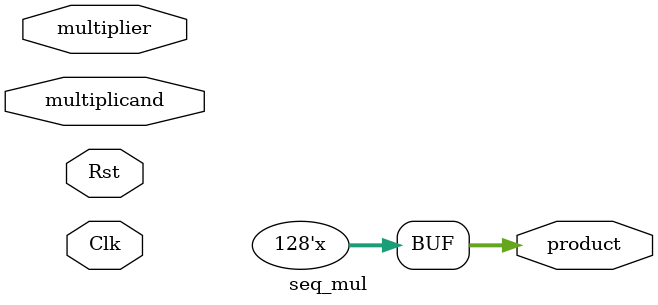
<source format=v>

module seq_mul(Clk, Rst, multiplicand, multiplier,product);

input [63:0] multiplicand, multiplier;
input Clk, Rst;

output reg [127:0] product;

parameter S_init=0, S_add = 1,S_pro=2;

reg [5:0] count = 0;
reg [1:0] State  , StateNext;
reg [128:0] pro_intermediate;

always@(State,multiplicand, multiplier) begin
	case(State)
		S_init: begin
			pro_intermediate = pro_intermediate >> 1;
			count = count +1;
			if (count < 64)
				if (pro_intermediate[0]==0) 
					StateNext = S_init;
				else
					StateNext = S_add;
			else
				StateNext = S_pro;
		end
		
		S_add: begin
			pro_intermediate[128:64] = multiplicand + pro_intermediate[127:64] + pro_intermediate[128];
			pro_intermediate = pro_intermediate >> 1;
			count = count +1;
			if (count < 64)
				if (pro_intermediate[0]==0) 
					StateNext = S_init;
				else
					StateNext = S_add;
			else
				StateNext = S_pro;
		end
		
		S_pro: begin
			product=pro_intermediate[127:0];
		end
		
		default:begin
			StateNext = S_init;
			pro_intermediate = multiplicand;
			
		end
		
	endcase
		
end

always@(posedge Clk) begin
	if(Rst==0)
		State <= S_init;
	else
		State <= StateNext;
end 

endmodule

</source>
